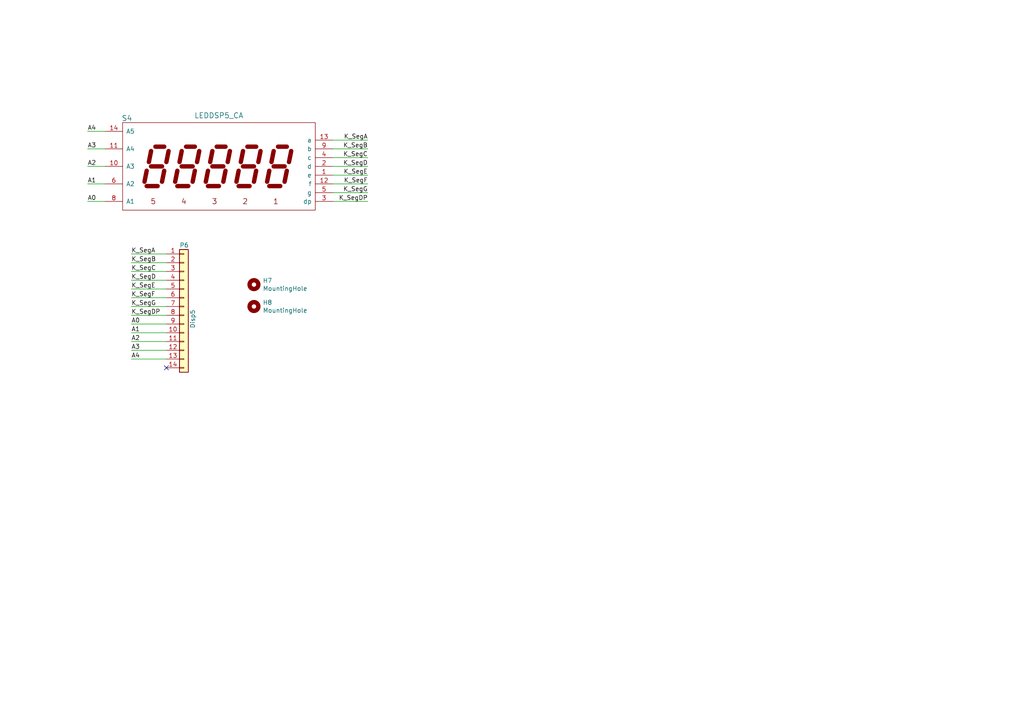
<source format=kicad_sch>
(kicad_sch (version 20210621) (generator eeschema)
  (paper "A4")
  (lib_symbols
    (symbol "Connector_Generic:Conn_01x14" (pin_names (offset 1.016) hide)
      (property "Reference" "J" (at 0 17.78 0))
      (property "Value" "Conn_01x14" (at 0 -20.32 0))
      (symbol "Conn_01x14_1_1"
        (rectangle (start -1.27 -17.653) (end 0 -17.907) (stroke (width 0.1524)))
        (rectangle (start -1.27 -15.113) (end 0 -15.367) (stroke (width 0.1524)))
        (rectangle (start -1.27 -12.573) (end 0 -12.827) (stroke (width 0.1524)))
        (rectangle (start -1.27 -10.033) (end 0 -10.287) (stroke (width 0.1524)))
        (rectangle (start -1.27 -7.493) (end 0 -7.747) (stroke (width 0.1524)))
        (rectangle (start -1.27 -4.953) (end 0 -5.207) (stroke (width 0.1524)))
        (rectangle (start -1.27 -2.413) (end 0 -2.667) (stroke (width 0.1524)))
        (rectangle (start -1.27 0.127) (end 0 -0.127) (stroke (width 0.1524)))
        (rectangle (start -1.27 2.667) (end 0 2.413) (stroke (width 0.1524)))
        (rectangle (start -1.27 5.207) (end 0 4.953) (stroke (width 0.1524)))
        (rectangle (start -1.27 7.747) (end 0 7.493) (stroke (width 0.1524)))
        (rectangle (start -1.27 10.287) (end 0 10.033) (stroke (width 0.1524)))
        (rectangle (start -1.27 12.827) (end 0 12.573) (stroke (width 0.1524)))
        (rectangle (start -1.27 15.367) (end 0 15.113) (stroke (width 0.1524)))
        (rectangle (start -1.27 16.51) (end 1.27 -19.05) (stroke (width 0.254)) (fill (type background)))
        (pin passive line (at -5.08 15.24 0) (length 3.81) (name "Pin_1") (number "1"))
        (pin passive line (at -5.08 -7.62 0) (length 3.81) (name "Pin_10") (number "10"))
        (pin passive line (at -5.08 -10.16 0) (length 3.81) (name "Pin_11") (number "11"))
        (pin passive line (at -5.08 -12.7 0) (length 3.81) (name "Pin_12") (number "12"))
        (pin passive line (at -5.08 -15.24 0) (length 3.81) (name "Pin_13") (number "13"))
        (pin passive line (at -5.08 -17.78 0) (length 3.81) (name "Pin_14") (number "14"))
        (pin passive line (at -5.08 12.7 0) (length 3.81) (name "Pin_2") (number "2"))
        (pin passive line (at -5.08 10.16 0) (length 3.81) (name "Pin_3") (number "3"))
        (pin passive line (at -5.08 7.62 0) (length 3.81) (name "Pin_4") (number "4"))
        (pin passive line (at -5.08 5.08 0) (length 3.81) (name "Pin_5") (number "5"))
        (pin passive line (at -5.08 2.54 0) (length 3.81) (name "Pin_6") (number "6"))
        (pin passive line (at -5.08 0 0) (length 3.81) (name "Pin_7") (number "7"))
        (pin passive line (at -5.08 -2.54 0) (length 3.81) (name "Pin_8") (number "8"))
        (pin passive line (at -5.08 -5.08 0) (length 3.81) (name "Pin_9") (number "9"))
      )
    )
    (symbol "GCC_display:LEDDSP5_CA" (pin_names (offset 1.016))
      (property "Reference" "S" (at -25.4 13.97 0))
      (property "Value" "LEDDSP5_CA" (at 2.54 -15.24 0))
      (symbol "LEDDSP5_CA_0_0"
        (text "1" (at 16.51 -10.16 0) (effects (font (size 1.524 1.524))))
        (text "2" (at 7.62 -10.16 0) (effects (font (size 1.524 1.524))))
        (text "3" (at -1.27 -10.16 0) (effects (font (size 1.524 1.524))))
        (text "4" (at -10.16 -10.16 0) (effects (font (size 1.524 1.524))))
        (text "5" (at -19.05 -10.16 0) (effects (font (size 1.524 1.524))))
      )
      (symbol "LEDDSP5_CA_0_1"
        (rectangle (start -27.94 12.7) (end 27.94 -12.7))
        (polyline (pts (xy -20.955 -5.715) (xy -17.78 -5.715)) (stroke (width 1.27)))
        (polyline (pts (xy -20.955 -1.27) (xy -21.59 -4.445)) (stroke (width 1.27)))
        (polyline (pts (xy -20.32 1.27) (xy -19.685 4.445)) (stroke (width 1.27)))
        (polyline (pts (xy -19.685 0) (xy -16.51 0)) (stroke (width 1.27)))
        (polyline (pts (xy -18.415 5.715) (xy -15.875 5.715)) (stroke (width 1.27)))
        (polyline (pts (xy -15.875 -1.27) (xy -16.51 -4.445)) (stroke (width 1.27)))
        (polyline (pts (xy -15.24 -5.715) (xy -15.24 -5.715)) (stroke (width 1.27)))
        (polyline (pts (xy -15.24 1.27) (xy -14.605 4.445)) (stroke (width 1.27)))
        (polyline (pts (xy -12.065 -5.715) (xy -8.89 -5.715)) (stroke (width 1.27)))
        (polyline (pts (xy -12.065 -1.27) (xy -12.7 -4.445)) (stroke (width 1.27)))
        (polyline (pts (xy -11.43 1.27) (xy -10.795 4.445)) (stroke (width 1.27)))
        (polyline (pts (xy -10.795 0) (xy -7.62 0)) (stroke (width 1.27)))
        (polyline (pts (xy -9.525 5.715) (xy -6.985 5.715)) (stroke (width 1.27)))
        (polyline (pts (xy -6.985 -1.27) (xy -7.62 -4.445)) (stroke (width 1.27)))
        (polyline (pts (xy -6.35 -5.715) (xy -6.35 -5.715)) (stroke (width 1.27)))
        (polyline (pts (xy -6.35 1.27) (xy -5.715 4.445)) (stroke (width 1.27)))
        (polyline (pts (xy -3.175 -5.715) (xy 0 -5.715)) (stroke (width 1.27)))
        (polyline (pts (xy -3.175 -1.27) (xy -3.81 -4.445)) (stroke (width 1.27)))
        (polyline (pts (xy -2.54 1.27) (xy -1.905 4.445)) (stroke (width 1.27)))
        (polyline (pts (xy -1.905 0) (xy 1.27 0)) (stroke (width 1.27)))
        (polyline (pts (xy -0.635 5.715) (xy 1.905 5.715)) (stroke (width 1.27)))
        (polyline (pts (xy 1.905 -1.27) (xy 1.27 -4.445)) (stroke (width 1.27)))
        (polyline (pts (xy 2.54 -5.715) (xy 2.54 -5.715)) (stroke (width 1.27)))
        (polyline (pts (xy 2.54 1.27) (xy 3.175 4.445)) (stroke (width 1.27)))
        (polyline (pts (xy 5.715 -5.715) (xy 8.89 -5.715)) (stroke (width 1.27)))
        (polyline (pts (xy 5.715 -1.27) (xy 5.08 -4.445)) (stroke (width 1.27)))
        (polyline (pts (xy 6.35 1.27) (xy 6.985 4.445)) (stroke (width 1.27)))
        (polyline (pts (xy 6.985 0) (xy 10.16 0)) (stroke (width 1.27)))
        (polyline (pts (xy 8.255 5.715) (xy 10.795 5.715)) (stroke (width 1.27)))
        (polyline (pts (xy 10.795 -1.27) (xy 10.16 -4.445)) (stroke (width 1.27)))
        (polyline (pts (xy 11.43 -5.715) (xy 11.43 -5.715)) (stroke (width 1.27)))
        (polyline (pts (xy 11.43 1.27) (xy 12.065 4.445)) (stroke (width 1.27)))
        (polyline (pts (xy 14.605 -5.715) (xy 17.78 -5.715)) (stroke (width 1.27)))
        (polyline (pts (xy 14.605 -1.27) (xy 13.97 -4.445)) (stroke (width 1.27)))
        (polyline (pts (xy 15.24 1.27) (xy 15.875 4.445)) (stroke (width 1.27)))
        (polyline (pts (xy 15.875 0) (xy 19.05 0)) (stroke (width 1.27)))
        (polyline (pts (xy 17.145 5.715) (xy 19.685 5.715)) (stroke (width 1.27)))
        (polyline (pts (xy 19.685 -1.27) (xy 19.05 -4.445)) (stroke (width 1.27)))
        (polyline (pts (xy 20.32 -5.715) (xy 20.32 -5.715)) (stroke (width 1.27)))
        (polyline (pts (xy 20.32 1.27) (xy 20.955 4.445)) (stroke (width 1.27)))
      )
      (symbol "LEDDSP5_CA_1_1"
        (pin passive line (at 33.02 -2.54 180) (length 5.08) (name "e") (number "1"))
        (pin passive line (at -33.02 0 0) (length 5.08) (name "A3") (number "10"))
        (pin passive line (at -33.02 5.08 0) (length 5.08) (name "A4") (number "11"))
        (pin passive line (at 33.02 -5.08 180) (length 5.08) (name "f") (number "12"))
        (pin passive line (at 33.02 7.62 180) (length 5.08) (name "a") (number "13"))
        (pin passive line (at -33.02 10.16 0) (length 5.08) (name "A5") (number "14"))
        (pin passive line (at 33.02 0 180) (length 5.08) (name "d") (number "2"))
        (pin passive line (at 33.02 -10.16 180) (length 5.08) (name "dp") (number "3"))
        (pin passive line (at 33.02 2.54 180) (length 5.08) (name "c") (number "4"))
        (pin passive line (at 33.02 -7.62 180) (length 5.08) (name "g") (number "5"))
        (pin passive line (at -33.02 -5.08 0) (length 5.08) (name "A2") (number "6"))
        (pin passive line (at -33.02 -10.16 0) (length 5.08) (name "A1") (number "8"))
        (pin passive line (at 33.02 5.08 180) (length 5.08) (name "b") (number "9"))
      )
    )
    (symbol "Mechanical:MountingHole" (pin_names (offset 1.016))
      (property "Reference" "H" (at 0 5.08 0))
      (property "Value" "MountingHole" (at 0 3.175 0))
      (symbol "MountingHole_0_1"
        (circle (center 0 0) (radius 1.27) (stroke (width 1.27)) (stroke (width 1.27)))
      )
    )
  )
  (no_connect (at 48.26 106.68))
  (wire (pts (xy 30.48 38.1) (xy 25.4 38.1)))
  (wire (pts (xy 30.48 43.18) (xy 25.4 43.18)))
  (wire (pts (xy 30.48 48.26) (xy 25.4 48.26)))
  (wire (pts (xy 30.48 53.34) (xy 25.4 53.34)))
  (wire (pts (xy 30.48 58.42) (xy 25.4 58.42)))
  (wire (pts (xy 38.1 73.66) (xy 48.26 73.66)))
  (wire (pts (xy 38.1 76.2) (xy 48.26 76.2)))
  (wire (pts (xy 38.1 78.74) (xy 48.26 78.74)))
  (wire (pts (xy 38.1 81.28) (xy 48.26 81.28)))
  (wire (pts (xy 38.1 83.82) (xy 48.26 83.82)))
  (wire (pts (xy 38.1 86.36) (xy 48.26 86.36)))
  (wire (pts (xy 38.1 88.9) (xy 48.26 88.9)))
  (wire (pts (xy 38.1 91.44) (xy 48.26 91.44)))
  (wire (pts (xy 48.26 93.98) (xy 38.1 93.98)))
  (wire (pts (xy 48.26 96.52) (xy 38.1 96.52)))
  (wire (pts (xy 48.26 99.06) (xy 38.1 99.06)))
  (wire (pts (xy 48.26 101.6) (xy 38.1 101.6)))
  (wire (pts (xy 48.26 104.14) (xy 38.1 104.14)))
  (wire (pts (xy 106.68 40.64) (xy 96.52 40.64)))
  (wire (pts (xy 106.68 43.18) (xy 96.52 43.18)))
  (wire (pts (xy 106.68 45.72) (xy 96.52 45.72)))
  (wire (pts (xy 106.68 48.26) (xy 96.52 48.26)))
  (wire (pts (xy 106.68 50.8) (xy 96.52 50.8)))
  (wire (pts (xy 106.68 53.34) (xy 96.52 53.34)))
  (wire (pts (xy 106.68 55.88) (xy 96.52 55.88)))
  (wire (pts (xy 106.68 58.42) (xy 96.52 58.42)))
  (label "A4" (at 25.4 38.1 0))
  (label "A3" (at 25.4 43.18 0))
  (label "A2" (at 25.4 48.26 0))
  (label "A1" (at 25.4 53.34 0))
  (label "A0" (at 25.4 58.42 0))
  (label "K_SegA" (at 38.1 73.66 0))
  (label "K_SegB" (at 38.1 76.2 0))
  (label "K_SegC" (at 38.1 78.74 0))
  (label "K_SegD" (at 38.1 81.28 0))
  (label "K_SegE" (at 38.1 83.82 0))
  (label "K_SegF" (at 38.1 86.36 0))
  (label "K_SegG" (at 38.1 88.9 0))
  (label "K_SegDP" (at 38.1 91.44 0))
  (label "A0" (at 38.1 93.98 0))
  (label "A1" (at 38.1 96.52 0))
  (label "A2" (at 38.1 99.06 0))
  (label "A3" (at 38.1 101.6 0))
  (label "A4" (at 38.1 104.14 0))
  (label "K_SegA" (at 106.68 40.64 180))
  (label "K_SegB" (at 106.68 43.18 180))
  (label "K_SegC" (at 106.68 45.72 180))
  (label "K_SegD" (at 106.68 48.26 180))
  (label "K_SegE" (at 106.68 50.8 180))
  (label "K_SegF" (at 106.68 53.34 180))
  (label "K_SegG" (at 106.68 55.88 180))
  (label "K_SegDP" (at 106.68 58.42 180))
  (symbol (lib_id "Mechanical:MountingHole") (at 73.66 82.55 0) (unit 1)
    (property "Reference" "H7" (at 76.2 81.3816 0) (effects (justify left)))
    (property "Value" "MountingHole" (at 76.2 83.693 0) (effects (justify left)))
    (property "Footprint" "GCC_holes:Hole3mm" (effects hide))
  )
  (symbol (lib_id "Mechanical:MountingHole") (at 73.66 88.9 0) (unit 1)
    (property "Reference" "H8" (at 76.2 87.7316 0) (effects (justify left)))
    (property "Value" "MountingHole" (at 76.2 90.043 0) (effects (justify left)))
    (property "Footprint" "GCC_holes:Hole3mm" (effects hide))
  )
  (symbol (lib_id "Connector_Generic:Conn_01x14") (at 53.34 88.9 0) (unit 1)
    (property "Reference" "P6" (at 52.07 71.12 0) (effects (justify left)))
    (property "Value" "Disp5" (at 55.88 95.25 90) (effects (justify left)))
    (property "Footprint" "Connector_IDC:IDC-Header_2x07_P2.54mm_Vertical" (effects hide))
  )
  (symbol (lib_id "GCC_display:LEDDSP5_CA") (at 63.5 48.26 0) (unit 1)
    (property "Reference" "S4" (at 36.83 34.29 0) (effects (font (size 1.524 1.524))))
    (property "Value" "LEDDSP5_CA" (at 63.5 33.5026 0) (effects (font (size 1.524 1.524))))
    (property "Footprint" "GCC_Display:Disp7s5x_036" (effects hide))
  )
)
</source>
